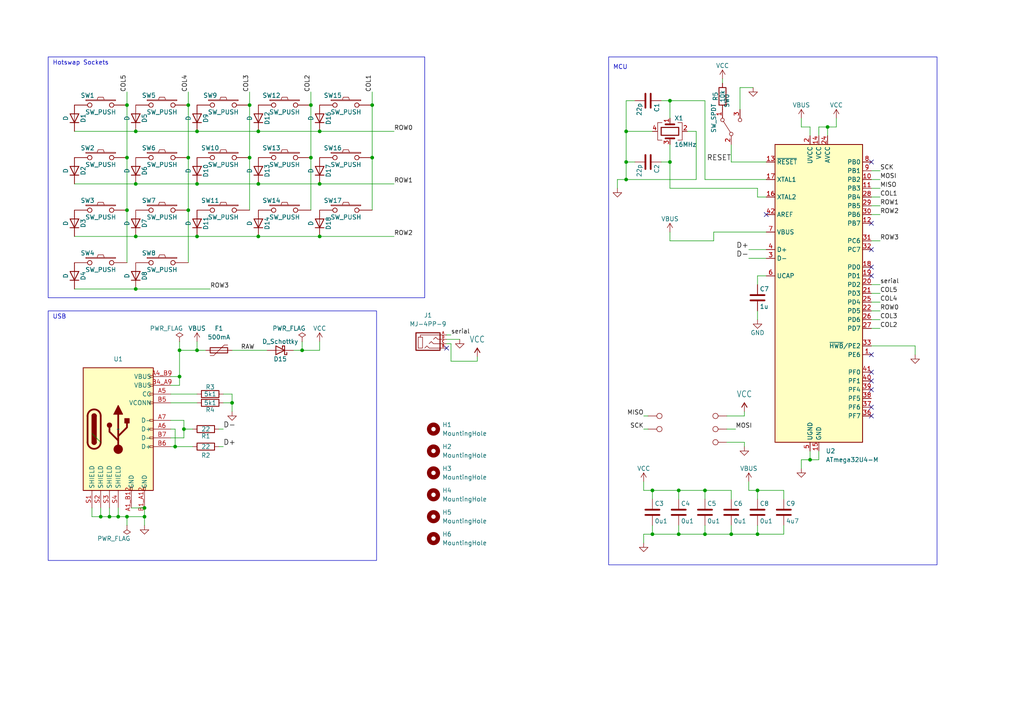
<source format=kicad_sch>
(kicad_sch (version 20230121) (generator eeschema)
  (paper "A4")
  (lib_symbols
    (symbol "3435:usb-mid-mount"
      (property "Reference" "U" (at -12.7 19.05 0))
      (symbol "usb-mid-mount_0_0"
        (rectangle (start 3.556 -17.78) (end 4.064 -16.764))
        (rectangle (start 7.366 -17.78) (end 7.874 -16.764))
        (rectangle (start 9.144 12.954) (end 10.16 12.446))
        (rectangle (start 9.144 15.494) (end 10.16 14.986))
        (rectangle (start 10.16 -4.826) (end 9.144 -5.334))
        (rectangle (start 10.16 -2.286) (end 9.144 -2.794))
        (rectangle (start 10.16 0.254) (end 9.144 -0.254))
        (rectangle (start 10.16 2.794) (end 9.144 2.286))
        (rectangle (start 10.16 7.874) (end 9.144 7.366))
        (rectangle (start 10.16 10.414) (end 9.144 9.906))
      )
      (symbol "usb-mid-mount_0_1"
        (rectangle (start -10.16 17.78) (end 10.16 -17.78) (stroke (width 0.254)) (fill (type background)))
        (arc (start -8.89 -3.81) (mid -6.985 -5.7067) (end -5.08 -3.81) (stroke (width 0.508)))
        (arc (start -7.62 -3.81) (mid -6.985 -4.4423) (end -6.35 -3.81) (stroke (width 0.254)))
        (arc (start -7.62 -3.81) (mid -6.985 -4.4423) (end -6.35 -3.81) (stroke (width 0.254)) (fill (type outline)))
        (rectangle (start -7.62 -3.81) (end -6.35 3.81) (stroke (width 0.254)) (fill (type outline)))
        (arc (start -6.35 3.81) (mid -6.985 4.4423) (end -7.62 3.81) (stroke (width 0.254)))
        (arc (start -6.35 3.81) (mid -6.985 4.4423) (end -7.62 3.81) (stroke (width 0.254)) (fill (type outline)))
        (arc (start -5.08 3.81) (mid -6.985 5.7067) (end -8.89 3.81) (stroke (width 0.508)))
        (circle (center -2.54 1.143) (radius 0.635) (stroke (width 0.254)) (fill (type outline)))
        (circle (center 0 -5.842) (radius 1.27) (fill (type outline)))
        (polyline (pts (xy -8.89 -3.81) (xy -8.89 3.81)) (stroke (width 0.508)))
        (polyline (pts (xy -5.08 3.81) (xy -5.08 -3.81)) (stroke (width 0.508)))
        (polyline (pts (xy 0 -5.842) (xy 0 4.318)) (stroke (width 0.508)))
        (polyline (pts (xy 0 -3.302) (xy -2.54 -0.762) (xy -2.54 0.508)) (stroke (width 0.508)))
        (polyline (pts (xy 0 -2.032) (xy 2.54 0.508) (xy 2.54 1.778)) (stroke (width 0.508)))
        (polyline (pts (xy -1.27 4.318) (xy 0 6.858) (xy 1.27 4.318) (xy -1.27 4.318)) (stroke (width 0.254)) (fill (type outline)))
        (rectangle (start 1.905 1.778) (end 3.175 3.048) (stroke (width 0.254)) (fill (type outline)))
      )
      (symbol "usb-mid-mount_1_1"
        (pin passive line (at 3.81 -22.86 90) (length 5.08) (name "GND") (number "A1_B12"))
        (pin passive line (at 15.24 15.24 180) (length 5.08) (name "VBUS") (number "A4_B9"))
        (pin bidirectional line (at 15.24 10.16 180) (length 5.08) (name "CC") (number "A5"))
        (pin bidirectional line (at 15.24 0 180) (length 5.08) (name "D+") (number "A6"))
        (pin bidirectional line (at 15.24 2.54 180) (length 5.08) (name "D-") (number "A7"))
        (pin passive line (at 7.62 -22.86 90) (length 5.08) (name "GND") (number "B1_A12"))
        (pin passive line (at 15.24 12.7 180) (length 5.08) (name "VBUS") (number "B4_A9"))
        (pin bidirectional line (at 15.24 7.62 180) (length 5.08) (name "VCONN") (number "B5"))
        (pin bidirectional line (at 15.24 -5.08 180) (length 5.08) (name "D+") (number "B6"))
        (pin bidirectional line (at 15.24 -2.54 180) (length 5.08) (name "D-") (number "B7"))
        (pin passive line (at -7.62 -22.86 90) (length 5.08) (name "SHIELD") (number "S1"))
        (pin passive line (at -5.08 -22.86 90) (length 5.08) (name "SHIELD") (number "S2"))
        (pin passive line (at -2.54 -22.86 90) (length 5.08) (name "SHIELD") (number "S3"))
        (pin passive line (at 0 -22.86 90) (length 5.08) (name "SHIELD") (number "S4"))
      )
    )
    (symbol "Connector:TestPoint" (pin_numbers hide) (pin_names (offset 0.762) hide)
      (property "Reference" "TP" (at 0 6.858 0))
      (property "Value" "TestPoint" (at 0 5.08 0))
      (symbol "TestPoint_0_1"
        (circle (center 0 3.302) (radius 0.762))
      )
      (symbol "TestPoint_1_1"
        (pin passive line (at 0 0 90) (length 2.54) (name "1") (number "1"))
      )
    )
    (symbol "Device:C" (pin_numbers hide) (pin_names (offset 0.254))
      (property "Reference" "C" (at 0.635 2.54 0))
      (property "Value" "C" (at 0.635 -2.54 0))
      (symbol "C_0_1"
        (polyline (pts (xy -2.032 -0.762) (xy 2.032 -0.762)) (stroke (width 0.508)))
        (polyline (pts (xy -2.032 0.762) (xy 2.032 0.762)) (stroke (width 0.508)))
      )
      (symbol "C_1_1"
        (pin passive line (at 0 3.81 270) (length 2.794) (name "~") (number "1"))
        (pin passive line (at 0 -3.81 90) (length 2.794) (name "~") (number "2"))
      )
    )
    (symbol "Device:Crystal_GND24" (pin_names (offset 1.016) hide)
      (property "Reference" "Y" (at 3.175 5.08 0))
      (property "Value" "Crystal_GND24" (at 3.175 3.175 0))
      (symbol "Crystal_GND24_0_1"
        (rectangle (start -1.143 2.54) (end 1.143 -2.54) (stroke (width 0.3048)))
        (polyline (pts (xy -2.54 0) (xy -2.032 0)))
        (polyline (pts (xy -2.032 -1.27) (xy -2.032 1.27)) (stroke (width 0.508)))
        (polyline (pts (xy 0 -3.81) (xy 0 -3.556)))
        (polyline (pts (xy 0 3.556) (xy 0 3.81)))
        (polyline (pts (xy 2.032 -1.27) (xy 2.032 1.27)) (stroke (width 0.508)))
        (polyline (pts (xy 2.032 0) (xy 2.54 0)))
        (polyline (pts (xy -2.54 -2.286) (xy -2.54 -3.556) (xy 2.54 -3.556) (xy 2.54 -2.286)))
        (polyline (pts (xy -2.54 2.286) (xy -2.54 3.556) (xy 2.54 3.556) (xy 2.54 2.286)))
      )
      (symbol "Crystal_GND24_1_1"
        (pin passive line (at -3.81 0 0) (length 1.27) (name "1") (number "1"))
        (pin passive line (at 0 5.08 270) (length 1.27) (name "2") (number "2"))
        (pin passive line (at 3.81 0 180) (length 1.27) (name "3") (number "3"))
        (pin passive line (at 0 -5.08 90) (length 1.27) (name "4") (number "4"))
      )
    )
    (symbol "Device:D" (pin_numbers hide) (pin_names (offset 1.016) hide)
      (property "Reference" "D" (at 0 2.54 0))
      (property "Value" "D" (at 0 -2.54 0))
      (symbol "D_0_1"
        (polyline (pts (xy -1.27 1.27) (xy -1.27 -1.27)) (stroke (width 0.254)))
        (polyline (pts (xy 1.27 0) (xy -1.27 0)))
        (polyline (pts (xy 1.27 1.27) (xy 1.27 -1.27) (xy -1.27 0) (xy 1.27 1.27)) (stroke (width 0.254)))
      )
      (symbol "D_1_1"
        (pin passive line (at -3.81 0 0) (length 2.54) (name "K") (number "1"))
        (pin passive line (at 3.81 0 180) (length 2.54) (name "A") (number "2"))
      )
    )
    (symbol "Device:D_Schottky" (pin_numbers hide) (pin_names (offset 1.016) hide)
      (property "Reference" "D" (at 0 2.54 0))
      (property "Value" "D_Schottky" (at 0 -2.54 0))
      (symbol "D_Schottky_0_1"
        (polyline (pts (xy 1.27 0) (xy -1.27 0)))
        (polyline (pts (xy 1.27 1.27) (xy 1.27 -1.27) (xy -1.27 0) (xy 1.27 1.27)) (stroke (width 0.254)))
        (polyline (pts (xy -1.905 0.635) (xy -1.905 1.27) (xy -1.27 1.27) (xy -1.27 -1.27) (xy -0.635 -1.27) (xy -0.635 -0.635)) (stroke (width 0.254)))
      )
      (symbol "D_Schottky_1_1"
        (pin passive line (at -3.81 0 0) (length 2.54) (name "K") (number "1"))
        (pin passive line (at 3.81 0 180) (length 2.54) (name "A") (number "2"))
      )
    )
    (symbol "Device:Polyfuse" (pin_numbers hide) (pin_names (offset 0))
      (property "Reference" "F" (at -2.54 0 90))
      (property "Value" "Polyfuse" (at 2.54 0 90))
      (symbol "Polyfuse_0_1"
        (rectangle (start -0.762 2.54) (end 0.762 -2.54) (stroke (width 0.254)))
        (polyline (pts (xy 0 2.54) (xy 0 -2.54)))
        (polyline (pts (xy -1.524 2.54) (xy -1.524 1.524) (xy 1.524 -1.524) (xy 1.524 -2.54)))
      )
      (symbol "Polyfuse_1_1"
        (pin passive line (at 0 3.81 270) (length 1.27) (name "~") (number "1"))
        (pin passive line (at 0 -3.81 90) (length 1.27) (name "~") (number "2"))
      )
    )
    (symbol "Device:R" (pin_numbers hide) (pin_names (offset 0))
      (property "Reference" "R" (at 2.032 0 90))
      (property "Value" "R" (at 0 0 90))
      (symbol "R_0_1"
        (rectangle (start -1.016 -2.54) (end 1.016 2.54) (stroke (width 0.254)))
      )
      (symbol "R_1_1"
        (pin passive line (at 0 3.81 270) (length 1.27) (name "~") (number "1"))
        (pin passive line (at 0 -3.81 90) (length 1.27) (name "~") (number "2"))
      )
    )
    (symbol "GND_1" (power) (pin_names (offset 0))
      (property "Value" "GND_1" (at 0 -3.81 0))
      (symbol "GND_1_0_1"
        (polyline (pts (xy 0 0) (xy 0 -1.27) (xy 1.27 -1.27) (xy 0 -2.54) (xy -1.27 -1.27) (xy 0 -1.27)))
      )
      (symbol "GND_1_1_1"
        (pin power_in line (at 0 0 270) (length 0) hide (name "GND") (number "1"))
      )
    )
    (symbol "MCU_Microchip_ATmega:ATmega32U4-M"
      (property "Reference" "U" (at -12.7 44.45 0))
      (property "Value" "ATmega32U4-M" (at 2.54 -44.45 0))
      (symbol "ATmega32U4-M_0_1"
        (rectangle (start -12.7 -43.18) (end 12.7 43.18) (stroke (width 0.254)) (fill (type background)))
      )
      (symbol "ATmega32U4-M_1_1"
        (pin bidirectional line (at 15.24 -17.78 180) (length 2.54) (name "PE6") (number "1"))
        (pin bidirectional line (at 15.24 33.02 180) (length 2.54) (name "PB2") (number "10"))
        (pin bidirectional line (at 15.24 30.48 180) (length 2.54) (name "PB3") (number "11"))
        (pin bidirectional line (at 15.24 20.32 180) (length 2.54) (name "PB7") (number "12"))
        (pin input line (at -15.24 38.1 0) (length 2.54) (name "~{RESET}") (number "13"))
        (pin power_in line (at 0 45.72 270) (length 2.54) (name "VCC") (number "14"))
        (pin power_in line (at 0 -45.72 90) (length 2.54) (name "GND") (number "15"))
        (pin output line (at -15.24 27.94 0) (length 2.54) (name "XTAL2") (number "16"))
        (pin input line (at -15.24 33.02 0) (length 2.54) (name "XTAL1") (number "17"))
        (pin bidirectional line (at 15.24 7.62 180) (length 2.54) (name "PD0") (number "18"))
        (pin bidirectional line (at 15.24 5.08 180) (length 2.54) (name "PD1") (number "19"))
        (pin power_in line (at -2.54 45.72 270) (length 2.54) (name "UVCC") (number "2"))
        (pin bidirectional line (at 15.24 2.54 180) (length 2.54) (name "PD2") (number "20"))
        (pin bidirectional line (at 15.24 0 180) (length 2.54) (name "PD3") (number "21"))
        (pin bidirectional line (at 15.24 -5.08 180) (length 2.54) (name "PD5") (number "22"))
        (pin passive line (at 0 -45.72 90) (length 2.54) hide (name "GND") (number "23"))
        (pin power_in line (at 2.54 45.72 270) (length 2.54) (name "AVCC") (number "24"))
        (pin bidirectional line (at 15.24 -2.54 180) (length 2.54) (name "PD4") (number "25"))
        (pin bidirectional line (at 15.24 -7.62 180) (length 2.54) (name "PD6") (number "26"))
        (pin bidirectional line (at 15.24 -10.16 180) (length 2.54) (name "PD7") (number "27"))
        (pin bidirectional line (at 15.24 27.94 180) (length 2.54) (name "PB4") (number "28"))
        (pin bidirectional line (at 15.24 25.4 180) (length 2.54) (name "PB5") (number "29"))
        (pin bidirectional line (at -15.24 10.16 0) (length 2.54) (name "D-") (number "3"))
        (pin bidirectional line (at 15.24 22.86 180) (length 2.54) (name "PB6") (number "30"))
        (pin bidirectional line (at 15.24 15.24 180) (length 2.54) (name "PC6") (number "31"))
        (pin bidirectional line (at 15.24 12.7 180) (length 2.54) (name "PC7") (number "32"))
        (pin bidirectional line (at 15.24 -15.24 180) (length 2.54) (name "~{HWB}/PE2") (number "33"))
        (pin passive line (at 0 45.72 270) (length 2.54) hide (name "VCC") (number "34"))
        (pin passive line (at 0 -45.72 90) (length 2.54) hide (name "GND") (number "35"))
        (pin bidirectional line (at 15.24 -35.56 180) (length 2.54) (name "PF7") (number "36"))
        (pin bidirectional line (at 15.24 -33.02 180) (length 2.54) (name "PF6") (number "37"))
        (pin bidirectional line (at 15.24 -30.48 180) (length 2.54) (name "PF5") (number "38"))
        (pin bidirectional line (at 15.24 -27.94 180) (length 2.54) (name "PF4") (number "39"))
        (pin bidirectional line (at -15.24 12.7 0) (length 2.54) (name "D+") (number "4"))
        (pin bidirectional line (at 15.24 -25.4 180) (length 2.54) (name "PF1") (number "40"))
        (pin bidirectional line (at 15.24 -22.86 180) (length 2.54) (name "PF0") (number "41"))
        (pin passive line (at -15.24 22.86 0) (length 2.54) (name "AREF") (number "42"))
        (pin passive line (at 0 -45.72 90) (length 2.54) hide (name "GND") (number "43"))
        (pin passive line (at 2.54 45.72 270) (length 2.54) hide (name "AVCC") (number "44"))
        (pin passive line (at 0 -45.72 90) (length 2.54) hide (name "GND") (number "45"))
        (pin passive line (at -2.54 -45.72 90) (length 2.54) (name "UGND") (number "5"))
        (pin passive line (at -15.24 5.08 0) (length 2.54) (name "UCAP") (number "6"))
        (pin input line (at -15.24 17.78 0) (length 2.54) (name "VBUS") (number "7"))
        (pin bidirectional line (at 15.24 38.1 180) (length 2.54) (name "PB0") (number "8"))
        (pin bidirectional line (at 15.24 35.56 180) (length 2.54) (name "PB1") (number "9"))
      )
    )
    (symbol "Mechanical:MountingHole" (pin_names (offset 1.016))
      (property "Reference" "H" (at 0 5.08 0))
      (property "Value" "MountingHole" (at 0 3.175 0))
      (symbol "MountingHole_0_1"
        (circle (center 0 0) (radius 1.27) (stroke (width 1.27)))
      )
    )
    (symbol "Switch:SW_SPDT" (pin_names (offset 0) hide)
      (property "Reference" "SW" (at 0 4.318 0))
      (property "Value" "SW_SPDT" (at 0 -5.08 0))
      (symbol "SW_SPDT_0_0"
        (circle (center -2.032 0) (radius 0.508))
        (circle (center 2.032 -2.54) (radius 0.508))
      )
      (symbol "SW_SPDT_0_1"
        (polyline (pts (xy -1.524 0.254) (xy 1.651 2.286)))
        (circle (center 2.032 2.54) (radius 0.508))
      )
      (symbol "SW_SPDT_1_1"
        (pin passive line (at 5.08 2.54 180) (length 2.54) (name "A") (number "1"))
        (pin passive line (at -5.08 0 0) (length 2.54) (name "B") (number "2"))
        (pin passive line (at 5.08 -2.54 180) (length 2.54) (name "C") (number "3"))
      )
    )
    (symbol "clog-eagle-import:VCC" (power)
      (property "Value" "VCC" (at 0 2.794 0))
      (symbol "VCC_1_0"
        (polyline (pts (xy 0 2.54) (xy -0.762 1.27)) (stroke (width 0.254)))
        (polyline (pts (xy 0.762 1.27) (xy 0 2.54)) (stroke (width 0.254)))
        (pin power_in line (at 0 0 90) (length 2.54) (name "VCC") (number "1"))
      )
    )
    (symbol "corne-chocolate-rescue:SW_PUSH-kbd" (pin_numbers hide) (pin_names (offset 1.016) hide)
      (property "Reference" "SW" (at 3.81 2.794 0))
      (property "Value" "SW_PUSH-kbd" (at 0 -2.032 0))
      (symbol "SW_PUSH-kbd_0_1"
        (rectangle (start -4.318 1.27) (end 4.318 1.524))
        (polyline (pts (xy -1.016 1.524) (xy -0.762 2.286) (xy 0.762 2.286) (xy 1.016 1.524)))
        (pin passive inverted (at -7.62 0 0) (length 5.08) (name "1") (number "1"))
        (pin passive inverted (at 7.62 0 180) (length 5.08) (name "2") (number "2"))
      )
    )
    (symbol "kbd:MJ-4PP-9" (pin_names (offset 1.016))
      (property "Reference" "J" (at 0 3.81 0))
      (property "Value" "MJ-4PP-9" (at 0 -3.81 0))
      (symbol "MJ-4PP-9_0_1"
        (rectangle (start -1.905 -1.905) (end -3.175 1.27))
        (polyline (pts (xy -2.54 1.27) (xy -2.54 1.905) (xy 3.175 1.905)))
        (polyline (pts (xy -1.27 -1.905) (xy -0.635 -1.27) (xy 0 -1.905) (xy 3.175 -1.905)))
        (polyline (pts (xy 0 -0.635) (xy 0.635 0) (xy 1.27 -0.635) (xy 3.175 -0.635)))
        (polyline (pts (xy 1.27 0.635) (xy 1.905 1.27) (xy 2.54 0.635) (xy 3.175 0.635)))
        (rectangle (start 3.175 2.54) (end -3.81 -2.54) (stroke (width 0.3048)))
      )
      (symbol "MJ-4PP-9_1_1"
        (pin input line (at 5.08 1.905 180) (length 2.0066) (name "~") (number "A"))
        (pin input line (at 5.08 -1.905 180) (length 2.0066) (name "~") (number "B"))
        (pin input line (at 5.08 -0.635 180) (length 2.0066) (name "~") (number "C"))
        (pin input line (at 5.08 0.635 180) (length 2.0066) (name "~") (number "D"))
      )
    )
    (symbol "power:GND" (power) (pin_names (offset 0))
      (property "Value" "GND" (at 0 -3.81 0))
      (symbol "GND_0_1"
        (polyline (pts (xy 0 0) (xy 0 -1.27) (xy 1.27 -1.27) (xy 0 -2.54) (xy -1.27 -1.27) (xy 0 -1.27)))
      )
      (symbol "GND_1_1"
        (pin power_in line (at 0 0 270) (length 0) hide (name "GND") (number "1"))
      )
    )
    (symbol "power:PWR_FLAG" (power) (pin_numbers hide) (pin_names (offset 0) hide)
      (property "Value" "PWR_FLAG" (at 0 3.81 0))
      (symbol "PWR_FLAG_0_0"
        (pin power_out line (at 0 0 90) (length 0) (name "pwr") (number "1"))
      )
      (symbol "PWR_FLAG_0_1"
        (polyline (pts (xy 0 0) (xy 0 1.27) (xy -1.016 1.905) (xy 0 2.54) (xy 1.016 1.905) (xy 0 1.27)))
      )
    )
    (symbol "power:VBUS" (power) (pin_names (offset 0))
      (property "Value" "VBUS" (at 0 3.81 0))
      (symbol "VBUS_0_1"
        (polyline (pts (xy -0.762 1.27) (xy 0 2.54)))
        (polyline (pts (xy 0 0) (xy 0 2.54)))
        (polyline (pts (xy 0 2.54) (xy 0.762 1.27)))
      )
      (symbol "VBUS_1_1"
        (pin power_in line (at 0 0 90) (length 0) hide (name "VBUS") (number "1"))
      )
    )
    (symbol "power:VCC" (power) (pin_names (offset 0))
      (property "Value" "VCC" (at 0 3.81 0))
      (symbol "VCC_0_1"
        (polyline (pts (xy -0.762 1.27) (xy 0 2.54)))
        (polyline (pts (xy 0 0) (xy 0 2.54)))
        (polyline (pts (xy 0 2.54) (xy 0.762 1.27)))
      )
      (symbol "VCC_1_1"
        (pin power_in line (at 0 0 90) (length 0) hide (name "VCC") (number "1"))
      )
    )
  )
  (junction (at 181.61 38.1))
  (junction (at 29.21 149.86))
  (junction (at 189.23 154.94))
  (junction (at 57.15 53.34))
  (junction (at 74.93 53.34))
  (junction (at 41.91 147.32))
  (junction (at 87.63 101.6))
  (junction (at 194.31 46.99))
  (junction (at 107.95 45.72))
  (junction (at 92.71 68.58))
  (junction (at 52.07 101.6))
  (junction (at 212.09 154.94))
  (junction (at 234.95 133.35))
  (junction (at 194.31 29.21))
  (junction (at 50.8 129.54))
  (junction (at 204.47 142.24))
  (junction (at 36.83 30.48))
  (junction (at 41.91 149.86))
  (junction (at 36.83 45.72))
  (junction (at 67.31 116.84))
  (junction (at 54.61 30.48))
  (junction (at 54.61 45.72))
  (junction (at 181.61 46.99))
  (junction (at 72.39 30.48))
  (junction (at 107.95 30.48))
  (junction (at 36.83 149.86))
  (junction (at 36.83 60.96))
  (junction (at 196.85 142.24))
  (junction (at 189.23 142.24))
  (junction (at 39.37 53.34))
  (junction (at 72.39 45.72))
  (junction (at 92.71 53.34))
  (junction (at 74.93 68.58))
  (junction (at 31.75 149.86))
  (junction (at 57.15 38.1))
  (junction (at 39.37 38.1))
  (junction (at 204.47 154.94))
  (junction (at 39.37 68.58))
  (junction (at 240.03 36.83))
  (junction (at 57.15 68.58))
  (junction (at 90.17 45.72))
  (junction (at 34.29 149.86))
  (junction (at 219.71 142.24))
  (junction (at 39.37 83.82))
  (junction (at 57.15 101.6))
  (junction (at 52.07 109.22))
  (junction (at 196.85 154.94))
  (junction (at 92.71 38.1))
  (junction (at 181.61 52.07))
  (junction (at 54.61 60.96))
  (junction (at 74.93 38.1))
  (junction (at 90.17 30.48))
  (junction (at 53.34 124.46))
  (junction (at 219.71 154.94))
  (no_connect (at 222.25 62.23))
  (no_connect (at 252.73 77.47))
  (no_connect (at 252.73 120.65))
  (no_connect (at 252.73 46.99))
  (no_connect (at 252.73 113.03))
  (no_connect (at 252.73 118.11))
  (no_connect (at 252.73 72.39))
  (no_connect (at 129.54 100.965))
  (no_connect (at 252.73 110.49))
  (no_connect (at 252.73 80.01))
  (no_connect (at 252.73 64.77))
  (no_connect (at 252.73 107.95))
  (no_connect (at 252.73 102.87))
  (bus_entry (at 26.67 125.73) (size 2.54 2.54))
  (wire (pts (xy 179.07 52.07) (xy 179.07 54.61)))
  (wire (pts (xy 219.71 154.94) (xy 227.33 154.94)))
  (wire (pts (xy 34.29 149.86) (xy 36.83 149.86)))
  (wire (pts (xy 72.39 30.48) (xy 72.39 45.72)))
  (wire (pts (xy 252.73 52.07) (xy 255.27 52.07)))
  (wire (pts (xy 36.83 26.67) (xy 36.83 30.48)))
  (wire (pts (xy 130.81 99.695) (xy 129.54 99.695)))
  (wire (pts (xy 186.69 142.24) (xy 186.69 139.7)))
  (wire (pts (xy 63.5 124.46) (xy 64.77 124.46)))
  (wire (pts (xy 92.71 101.6) (xy 92.71 99.06)))
  (wire (pts (xy 215.9 128.27) (xy 215.9 129.54)))
  (wire (pts (xy 29.21 147.32) (xy 29.21 149.86)))
  (wire (pts (xy 201.93 38.1) (xy 199.39 38.1)))
  (wire (pts (xy 204.47 29.21) (xy 194.31 29.21)))
  (wire (pts (xy 186.69 154.94) (xy 189.23 154.94)))
  (wire (pts (xy 54.61 45.72) (xy 54.61 60.96)))
  (wire (pts (xy 57.15 53.34) (xy 39.37 53.34)))
  (wire (pts (xy 234.95 133.35) (xy 237.49 133.35)))
  (wire (pts (xy 219.71 80.01) (xy 219.71 82.55)))
  (wire (pts (xy 210.82 120.65) (xy 215.9 120.65)))
  (wire (pts (xy 252.73 90.17) (xy 255.27 90.17)))
  (wire (pts (xy 212.09 142.24) (xy 212.09 144.78)))
  (wire (pts (xy 191.77 46.99) (xy 194.31 46.99)))
  (wire (pts (xy 63.5 129.54) (xy 64.77 129.54)))
  (wire (pts (xy 57.15 101.6) (xy 57.15 99.06)))
  (wire (pts (xy 181.61 38.1) (xy 181.61 46.99)))
  (wire (pts (xy 57.15 68.58) (xy 39.37 68.58)))
  (wire (pts (xy 232.41 135.89) (xy 232.41 133.35)))
  (wire (pts (xy 212.09 154.94) (xy 212.09 152.4)))
  (wire (pts (xy 90.17 26.67) (xy 90.17 30.48)))
  (wire (pts (xy 52.07 101.6) (xy 52.07 109.22)))
  (wire (pts (xy 252.73 100.33) (xy 265.43 100.33)))
  (wire (pts (xy 194.31 29.21) (xy 194.31 34.29)))
  (wire (pts (xy 252.73 54.61) (xy 255.27 54.61)))
  (wire (pts (xy 36.83 45.72) (xy 36.83 60.96)))
  (wire (pts (xy 219.71 142.24) (xy 227.33 142.24)))
  (wire (pts (xy 242.57 36.83) (xy 242.57 34.29)))
  (wire (pts (xy 201.93 52.07) (xy 201.93 38.1)))
  (wire (pts (xy 31.75 147.32) (xy 31.75 149.86)))
  (wire (pts (xy 38.1 147.32) (xy 41.91 147.32)))
  (wire (pts (xy 92.71 38.1) (xy 74.93 38.1)))
  (wire (pts (xy 196.85 142.24) (xy 204.47 142.24)))
  (wire (pts (xy 210.82 128.27) (xy 215.9 128.27)))
  (wire (pts (xy 217.17 142.24) (xy 217.17 139.7)))
  (wire (pts (xy 265.43 100.33) (xy 265.43 102.87)))
  (wire (pts (xy 29.21 149.86) (xy 31.75 149.86)))
  (wire (pts (xy 186.69 120.65) (xy 187.96 120.65)))
  (wire (pts (xy 36.83 30.48) (xy 36.83 45.72)))
  (wire (pts (xy 53.34 124.46) (xy 55.88 124.46)))
  (wire (pts (xy 52.07 101.6) (xy 57.15 101.6)))
  (wire (pts (xy 204.47 142.24) (xy 212.09 142.24)))
  (wire (pts (xy 214.63 25.4) (xy 218.44 25.4)))
  (wire (pts (xy 181.61 46.99) (xy 181.61 52.07)))
  (wire (pts (xy 67.31 101.6) (xy 77.47 101.6)))
  (wire (pts (xy 53.34 121.92) (xy 53.34 124.46)))
  (wire (pts (xy 207.01 69.85) (xy 194.31 69.85)))
  (wire (pts (xy 90.17 30.48) (xy 90.17 45.72)))
  (wire (pts (xy 39.37 53.34) (xy 21.59 53.34)))
  (wire (pts (xy 138.43 103.505) (xy 138.43 104.775)))
  (wire (pts (xy 219.71 90.17) (xy 219.71 92.71)))
  (wire (pts (xy 34.29 149.86) (xy 34.29 147.32)))
  (wire (pts (xy 74.93 68.58) (xy 57.15 68.58)))
  (wire (pts (xy 194.31 46.99) (xy 194.31 54.61)))
  (wire (pts (xy 207.01 67.31) (xy 207.01 69.85)))
  (wire (pts (xy 49.53 114.3) (xy 57.15 114.3)))
  (wire (pts (xy 217.17 142.24) (xy 219.71 142.24)))
  (wire (pts (xy 219.71 80.01) (xy 222.25 80.01)))
  (wire (pts (xy 67.31 114.3) (xy 67.31 116.84)))
  (wire (pts (xy 36.83 149.86) (xy 36.83 152.4)))
  (wire (pts (xy 215.9 120.65) (xy 215.9 119.38)))
  (wire (pts (xy 252.73 69.85) (xy 255.27 69.85)))
  (wire (pts (xy 52.07 111.76) (xy 52.07 109.22)))
  (wire (pts (xy 107.95 45.72) (xy 107.95 60.96)))
  (wire (pts (xy 214.63 31.75) (xy 214.63 25.4)))
  (wire (pts (xy 87.63 101.6) (xy 92.71 101.6)))
  (wire (pts (xy 186.69 154.94) (xy 186.69 157.48)))
  (wire (pts (xy 36.83 60.96) (xy 36.83 76.2)))
  (wire (pts (xy 92.71 38.1) (xy 114.3 38.1)))
  (wire (pts (xy 237.49 36.83) (xy 237.49 39.37)))
  (wire (pts (xy 252.73 57.15) (xy 255.27 57.15)))
  (wire (pts (xy 107.95 30.48) (xy 107.95 45.72)))
  (wire (pts (xy 227.33 154.94) (xy 227.33 152.4)))
  (wire (pts (xy 234.95 133.35) (xy 234.95 130.81)))
  (wire (pts (xy 67.31 116.84) (xy 67.31 119.38)))
  (wire (pts (xy 26.67 147.32) (xy 26.67 149.86)))
  (wire (pts (xy 255.27 82.55) (xy 252.73 82.55)))
  (wire (pts (xy 189.23 154.94) (xy 196.85 154.94)))
  (wire (pts (xy 204.47 154.94) (xy 212.09 154.94)))
  (wire (pts (xy 184.15 29.21) (xy 181.61 29.21)))
  (wire (pts (xy 210.82 124.46) (xy 213.36 124.46)))
  (wire (pts (xy 189.23 142.24) (xy 189.23 144.78)))
  (wire (pts (xy 50.8 129.54) (xy 55.88 129.54)))
  (wire (pts (xy 181.61 29.21) (xy 181.61 38.1)))
  (wire (pts (xy 72.39 26.67) (xy 72.39 30.48)))
  (wire (pts (xy 204.47 154.94) (xy 204.47 152.4)))
  (wire (pts (xy 232.41 133.35) (xy 234.95 133.35)))
  (wire (pts (xy 219.71 144.78) (xy 219.71 142.24)))
  (wire (pts (xy 222.25 72.39) (xy 217.17 72.39)))
  (wire (pts (xy 52.07 99.06) (xy 52.07 101.6)))
  (wire (pts (xy 219.71 57.15) (xy 222.25 57.15)))
  (wire (pts (xy 186.69 124.46) (xy 187.96 124.46)))
  (wire (pts (xy 181.61 46.99) (xy 184.15 46.99)))
  (wire (pts (xy 129.54 97.155) (xy 130.81 97.155)))
  (wire (pts (xy 240.03 36.83) (xy 242.57 36.83)))
  (wire (pts (xy 74.93 38.1) (xy 57.15 38.1)))
  (wire (pts (xy 107.95 26.67) (xy 107.95 30.48)))
  (wire (pts (xy 54.61 60.96) (xy 54.61 76.2)))
  (wire (pts (xy 129.54 98.425) (xy 133.35 98.425)))
  (wire (pts (xy 49.53 124.46) (xy 50.8 124.46)))
  (wire (pts (xy 92.71 53.34) (xy 114.3 53.34)))
  (wire (pts (xy 54.61 30.48) (xy 54.61 45.72)))
  (wire (pts (xy 90.17 45.72) (xy 90.17 60.96)))
  (wire (pts (xy 234.95 39.37) (xy 234.95 36.83)))
  (wire (pts (xy 179.07 52.07) (xy 181.61 52.07)))
  (wire (pts (xy 41.91 147.32) (xy 41.91 149.86)))
  (wire (pts (xy 189.23 38.1) (xy 181.61 38.1)))
  (wire (pts (xy 57.15 101.6) (xy 59.69 101.6)))
  (wire (pts (xy 212.09 41.91) (xy 212.09 46.99)))
  (wire (pts (xy 252.73 95.25) (xy 255.27 95.25)))
  (wire (pts (xy 204.47 29.21) (xy 204.47 52.07)))
  (wire (pts (xy 49.53 127) (xy 53.34 127)))
  (wire (pts (xy 36.83 149.86) (xy 41.91 149.86)))
  (wire (pts (xy 64.77 116.84) (xy 67.31 116.84)))
  (wire (pts (xy 181.61 52.07) (xy 201.93 52.07)))
  (wire (pts (xy 252.73 59.69) (xy 255.27 59.69)))
  (wire (pts (xy 237.49 133.35) (xy 237.49 130.81)))
  (wire (pts (xy 227.33 142.24) (xy 227.33 144.78)))
  (wire (pts (xy 212.09 46.99) (xy 222.25 46.99)))
  (wire (pts (xy 189.23 142.24) (xy 196.85 142.24)))
  (wire (pts (xy 39.37 38.1) (xy 21.59 38.1)))
  (wire (pts (xy 53.34 127) (xy 53.34 124.46)))
  (wire (pts (xy 194.31 41.91) (xy 194.31 46.99)))
  (wire (pts (xy 39.37 68.58) (xy 21.59 68.58)))
  (wire (pts (xy 85.09 101.6) (xy 87.63 101.6)))
  (wire (pts (xy 138.43 104.775) (xy 130.81 104.775)))
  (wire (pts (xy 39.37 83.82) (xy 21.59 83.82)))
  (wire (pts (xy 204.47 52.07) (xy 222.25 52.07)))
  (wire (pts (xy 92.71 53.34) (xy 74.93 53.34)))
  (wire (pts (xy 252.73 87.63) (xy 255.27 87.63)))
  (wire (pts (xy 49.53 121.92) (xy 53.34 121.92)))
  (wire (pts (xy 54.61 26.67) (xy 54.61 30.48)))
  (wire (pts (xy 92.71 68.58) (xy 74.93 68.58)))
  (wire (pts (xy 204.47 142.24) (xy 204.47 144.78)))
  (wire (pts (xy 52.07 109.22) (xy 49.53 109.22)))
  (wire (pts (xy 219.71 154.94) (xy 219.71 152.4)))
  (wire (pts (xy 255.27 85.09) (xy 252.73 85.09)))
  (wire (pts (xy 191.77 29.21) (xy 194.31 29.21)))
  (wire (pts (xy 240.03 36.83) (xy 240.03 39.37)))
  (wire (pts (xy 232.41 36.83) (xy 232.41 34.29)))
  (wire (pts (xy 222.25 74.93) (xy 217.17 74.93)))
  (wire (pts (xy 194.31 67.31) (xy 194.31 69.85)))
  (wire (pts (xy 87.63 99.06) (xy 87.63 101.6)))
  (wire (pts (xy 50.8 124.46) (xy 50.8 129.54)))
  (wire (pts (xy 237.49 36.83) (xy 240.03 36.83)))
  (wire (pts (xy 92.71 68.58) (xy 114.3 68.58)))
  (wire (pts (xy 234.95 36.83) (xy 232.41 36.83)))
  (wire (pts (xy 67.31 114.3) (xy 64.77 114.3)))
  (wire (pts (xy 252.73 49.53) (xy 255.27 49.53)))
  (wire (pts (xy 194.31 54.61) (xy 219.71 54.61)))
  (wire (pts (xy 49.53 116.84) (xy 57.15 116.84)))
  (wire (pts (xy 189.23 152.4) (xy 189.23 154.94)))
  (wire (pts (xy 26.67 149.86) (xy 29.21 149.86)))
  (wire (pts (xy 196.85 154.94) (xy 196.85 152.4)))
  (wire (pts (xy 49.53 111.76) (xy 52.07 111.76)))
  (wire (pts (xy 31.75 149.86) (xy 34.29 149.86)))
  (wire (pts (xy 252.73 62.23) (xy 255.27 62.23)))
  (wire (pts (xy 72.39 45.72) (xy 72.39 60.96)))
  (wire (pts (xy 222.25 67.31) (xy 207.01 67.31)))
  (wire (pts (xy 130.81 104.775) (xy 130.81 99.695)))
  (wire (pts (xy 196.85 154.94) (xy 204.47 154.94)))
  (wire (pts (xy 49.53 129.54) (xy 50.8 129.54)))
  (wire (pts (xy 219.71 54.61) (xy 219.71 57.15)))
  (wire (pts (xy 209.55 22.86) (xy 209.55 24.13)))
  (wire (pts (xy 39.37 83.82) (xy 60.96 83.82)))
  (wire (pts (xy 74.93 53.34) (xy 57.15 53.34)))
  (wire (pts (xy 57.15 38.1) (xy 39.37 38.1)))
  (wire (pts (xy 196.85 142.24) (xy 196.85 144.78)))
  (wire (pts (xy 252.73 92.71) (xy 255.27 92.71)))
  (wire (pts (xy 186.69 142.24) (xy 189.23 142.24)))
  (wire (pts (xy 212.09 154.94) (xy 219.71 154.94)))
  (wire (pts (xy 41.91 149.86) (xy 41.91 152.4)))
  (rectangle (start 13.97 16.51) (end 123.19 86.36))
  (rectangle (start 13.97 90.17) (end 109.22 162.56))
  (rectangle (start 176.53 16.51) (end 271.78 163.83))
  (text "MCU\n" (at 177.8 20.32 0) (effects (font (size 1.27 1.27)) (justify left bottom)))
  (text "Hotswap Sockets\n" (at 15.24 19.05 0) (effects (font (size 1.27 1.27)) (justify left bottom)))
  (text "USB\n" (at 15.24 92.71 0) (effects (font (size 1.27 1.27)) (justify left bottom)))
  (label "MOSI" (at 255.27 52.07 0))
  (label "COL3" (at 255.27 92.71 0))
  (label "COL4" (at 54.61 26.67 90))
  (label "COL1" (at 107.95 26.67 90))
  (label "D-" (at 217.17 74.93 180) (effects (font (size 1.524 1.524))))
  (label "ROW0" (at 255.27 90.17 0))
  (label "SCK" (at 186.69 124.46 180))
  (label "D+" (at 217.17 72.39 180) (effects (font (size 1.524 1.524))))
  (label "MISO" (at 255.27 54.61 0))
  (label "serial" (at 130.81 97.155 0))
  (label "ROW2" (at 114.3 68.58 0))
  (label "ROW1" (at 114.3 53.34 0))
  (label "D-" (at 64.77 124.46 0) (effects (font (size 1.524 1.524))))
  (label "ROW0" (at 114.3 38.1 0))
  (label "COL5" (at 255.27 85.09 0))
  (label "ROW3" (at 255.27 69.85 0))
  (label "MOSI" (at 213.36 124.46 0))
  (label "SCK" (at 255.27 49.53 0))
  (label "MISO" (at 186.69 120.65 180))
  (label "COL1" (at 255.27 57.15 0))
  (label "ROW2" (at 255.27 62.23 0))
  (label "COL2" (at 255.27 95.25 0))
  (label "ROW1" (at 255.27 59.69 0))
  (label "COL5" (at 36.83 26.67 90))
  (label "RESET" (at 212.09 46.99 180) (effects (font (size 1.524 1.524))))
  (label "COL2" (at 90.17 26.67 90))
  (label "ROW3" (at 60.96 83.82 0))
  (label "D+" (at 64.77 129.54 0) (effects (font (size 1.524 1.524))))
  (label "COL4" (at 255.27 87.63 0))
  (label "RAW" (at 69.85 101.6 0))
  (label "serial" (at 255.27 82.55 0))
  (label "COL3" (at 72.39 26.67 90))
  (symbol (lib_id "Mechanical:MountingHole") (at 125.73 143.51 0) (unit 1)
    (property "Reference" "H4" (at 128.27 142.24 0) (effects (justify left)))
    (property "Value" "MountingHole" (at 128.27 144.78 0) (effects (justify left)))
    (property "Footprint" "MountingHole:MountingHole_3.2mm_M3" (effects hide))
  )
  (symbol (lib_name "GND_1") (lib_id "power:GND") (at 215.9 129.54 0) (unit 1)
    (property "Reference" "#PWR011" (effects hide))
    (property "Value" "GND" (effects hide))
  )
  (symbol (lib_id "corne-chocolate-rescue:SW_PUSH-kbd") (at 82.55 45.72 0) (mirror y) (unit 1)
    (property "Reference" "SW13" (at 78.74 42.926 0))
    (property "Value" "SW_PUSH" (at 82.55 47.752 0))
    (property "Footprint" "Library:keyboard" (effects hide))
  )
  (symbol (lib_id "corne-chocolate-rescue:SW_PUSH-kbd") (at 82.55 60.96 0) (mirror y) (unit 1)
    (property "Reference" "SW14" (at 78.74 58.166 0))
    (property "Value" "SW_PUSH" (at 82.55 62.992 0))
    (property "Footprint" "Library:keyboard" (effects hide))
  )
  (symbol (lib_id "Device:D") (at 74.93 49.53 270) (mirror x) (unit 1)
    (property "Reference" "D13" (at 77.47 49.53 0))
    (property "Value" "D" (at 72.39 49.53 0))
    (property "Footprint" "kbd:D3_SMD_v2" (effects hide))
  )
  (symbol (lib_id "power:VBUS") (at 57.15 99.06 0) (unit 1)
    (property "Reference" "#PWR02" (effects hide))
    (property "Value" "VBUS" (at 57.15 95.25 0))
  )
  (symbol (lib_id "Device:R") (at 59.69 124.46 270) (unit 1)
    (property "Reference" "R1" (at 59.69 126.492 90))
    (property "Value" "22" (at 59.69 124.46 90))
    (property "Footprint" "Resistor_SMD:R_0402_1005Metric" (effects hide))
  )
  (symbol (lib_id "Mechanical:MountingHole") (at 125.73 149.86 0) (unit 1)
    (property "Reference" "H5" (at 128.27 148.59 0) (effects (justify left)))
    (property "Value" "MountingHole" (at 128.27 151.13 0) (effects (justify left)))
    (property "Footprint" "MountingHole:MountingHole_3.2mm_M3" (effects hide))
  )
  (symbol (lib_id "Device:D") (at 39.37 64.77 270) (mirror x) (unit 1)
    (property "Reference" "D7" (at 41.91 64.77 0))
    (property "Value" "D" (at 36.83 64.77 0))
    (property "Footprint" "kbd:D3_SMD_v2" (effects hide))
  )
  (symbol (lib_id "Device:D") (at 39.37 49.53 270) (mirror x) (unit 1)
    (property "Reference" "D6" (at 41.91 49.53 0))
    (property "Value" "D" (at 36.83 49.53 0))
    (property "Footprint" "kbd:D3_SMD_v2" (effects hide))
  )
  (symbol (lib_id "Device:C") (at 189.23 148.59 0) (unit 1)
    (property "Reference" "C3" (at 189.865 146.05 0) (effects (justify left)))
    (property "Value" "0u1" (at 189.865 151.13 0) (effects (justify left)))
    (property "Footprint" "Capacitor_SMD:C_0402_1005Metric" (effects hide))
  )
  (symbol (lib_id "Device:D") (at 92.71 49.53 270) (mirror x) (unit 1)
    (property "Reference" "D17" (at 95.25 49.53 0))
    (property "Value" "D" (at 90.17 49.53 0))
    (property "Footprint" "kbd:D3_SMD_v2" (effects hide))
  )
  (symbol (lib_id "power:GND") (at 219.71 92.71 0) (unit 1)
    (property "Reference" "#PWR014" (effects hide))
    (property "Value" "GND" (at 219.71 96.52 0))
  )
  (symbol (lib_id "power:VCC") (at 209.55 22.86 0) (unit 1)
    (property "Reference" "#PWR010" (effects hide))
    (property "Value" "VCC" (at 209.55 19.05 0))
  )
  (symbol (lib_id "Mechanical:MountingHole") (at 125.73 137.16 0) (unit 1)
    (property "Reference" "H3" (at 128.27 135.89 0) (effects (justify left)))
    (property "Value" "MountingHole" (at 128.27 138.43 0) (effects (justify left)))
    (property "Footprint" "MountingHole:MountingHole_3.2mm_M3" (effects hide))
  )
  (symbol (lib_id "clog-eagle-import:VCC") (at 215.9 119.38 0) (unit 1)
    (property "Reference" "#SUPPLY02" (effects hide))
    (property "Value" "VCC" (at 215.9 114.3 0) (effects (font (size 1.778 1.5113))))
  )
  (symbol (lib_id "clog-eagle-import:VCC") (at 138.43 103.505 0) (unit 1)
    (property "Reference" "#SUPPLY01" (effects hide))
    (property "Value" "VCC" (at 138.43 98.425 0) (effects (font (size 1.778 1.5113))))
  )
  (symbol (lib_id "corne-chocolate-rescue:SW_PUSH-kbd") (at 82.55 30.48 0) (mirror y) (unit 1)
    (property "Reference" "SW12" (at 78.74 27.686 0))
    (property "Value" "SW_PUSH" (at 82.55 32.512 0))
    (property "Footprint" "Library:keyboard" (effects hide))
  )
  (symbol (lib_id "Mechanical:MountingHole") (at 125.73 156.21 0) (unit 1)
    (property "Reference" "H6" (at 128.27 154.94 0) (effects (justify left)))
    (property "Value" "MountingHole" (at 128.27 157.48 0) (effects (justify left)))
    (property "Footprint" "MountingHole:MountingHole_3.2mm_M3" (effects hide))
  )
  (symbol (lib_id "MCU_Microchip_ATmega:ATmega32U4-M") (at 237.49 85.09 0) (unit 1)
    (property "Reference" "U2" (at 239.5094 130.81 0) (effects (justify left)))
    (property "Value" "ATmega32U4-M" (at 239.5094 133.35 0) (effects (justify left)))
    (property "Footprint" "Package_DFN_QFN:QFN-44-1EP_7x7mm_P0.5mm_EP5.2x5.2mm" (effects hide))
    (property "Datasheet" "http://ww1.microchip.com/downloads/en/DeviceDoc/Atmel-7766-8-bit-AVR-ATmega16U4-32U4_Datasheet.pdf" (effects hide))
  )
  (symbol (lib_id "Device:C") (at 227.33 148.59 0) (unit 1)
    (property "Reference" "C9" (at 227.965 146.05 0) (effects (justify left)))
    (property "Value" "4u7" (at 227.965 151.13 0) (effects (justify left)))
    (property "Footprint" "Capacitor_SMD:C_0603_1608Metric" (effects hide))
  )
  (symbol (lib_id "Device:D") (at 74.93 64.77 270) (mirror x) (unit 1)
    (property "Reference" "D14" (at 77.47 64.77 0))
    (property "Value" "D" (at 72.39 64.77 0))
    (property "Footprint" "kbd:D3_SMD_v2" (effects hide))
  )
  (symbol (lib_name "GND_1") (lib_id "power:GND") (at 133.35 98.425 0) (unit 1)
    (property "Reference" "#PWR05" (effects hide))
    (property "Value" "GND" (effects hide))
  )
  (symbol (lib_id "Device:C") (at 187.96 29.21 270) (unit 1)
    (property "Reference" "C1" (at 190.5 29.845 0) (effects (justify left)))
    (property "Value" "22p" (at 185.42 29.845 0) (effects (justify left)))
    (property "Footprint" "Capacitor_SMD:C_0402_1005Metric" (effects hide))
  )
  (symbol (lib_id "corne-chocolate-rescue:SW_PUSH-kbd") (at 29.21 45.72 0) (mirror y) (unit 1)
    (property "Reference" "SW2" (at 25.4 42.926 0))
    (property "Value" "SW_PUSH" (at 29.21 47.752 0))
    (property "Footprint" "Library:keyboard" (effects hide))
  )
  (symbol (lib_id "power:VBUS") (at 232.41 34.29 0) (unit 1)
    (property "Reference" "#PWR015" (effects hide))
    (property "Value" "VBUS" (at 232.41 30.48 0))
  )
  (symbol (lib_id "power:GND") (at 232.41 135.89 0) (unit 1)
    (property "Reference" "#PWR016" (effects hide))
    (property "Value" "GND" (effects hide))
  )
  (symbol (lib_id "power:PWR_FLAG") (at 52.07 99.06 0) (unit 1)
    (property "Reference" "#FLG02" (effects hide))
    (property "Value" "PWR_FLAG" (at 48.26 95.25 0))
  )
  (symbol (lib_id "Device:C") (at 204.47 148.59 0) (unit 1)
    (property "Reference" "C5" (at 205.105 146.05 0) (effects (justify left)))
    (property "Value" "0u1" (at 205.105 151.13 0) (effects (justify left)))
    (property "Footprint" "Capacitor_SMD:C_0402_1005Metric" (effects hide))
  )
  (symbol (lib_id "power:VBUS") (at 217.17 139.7 0) (unit 1)
    (property "Reference" "#PWR012" (effects hide))
    (property "Value" "VBUS" (at 217.17 135.89 0))
  )
  (symbol (lib_id "corne-chocolate-rescue:SW_PUSH-kbd") (at 46.99 60.96 0) (mirror y) (unit 1)
    (property "Reference" "SW7" (at 43.18 58.166 0))
    (property "Value" "SW_PUSH" (at 46.99 62.992 0))
    (property "Footprint" "Library:keyboard" (effects hide))
  )
  (symbol (lib_id "power:GND") (at 218.44 25.4 0) (unit 1)
    (property "Reference" "#PWR013" (effects hide))
    (property "Value" "GND" (effects hide))
  )
  (symbol (lib_id "power:GND") (at 186.69 157.48 0) (unit 1)
    (property "Reference" "#PWR08" (effects hide))
    (property "Value" "GND" (effects hide))
  )
  (symbol (lib_id "power:GND") (at 179.07 54.61 0) (unit 1)
    (property "Reference" "#PWR06" (effects hide))
    (property "Value" "GND" (effects hide))
  )
  (symbol (lib_id "corne-chocolate-rescue:SW_PUSH-kbd") (at 46.99 30.48 0) (mirror y) (unit 1)
    (property "Reference" "SW5" (at 43.18 27.686 0))
    (property "Value" "SW_PUSH" (at 46.99 32.512 0))
    (property "Footprint" "Library:keyboard" (effects hide))
  )
  (symbol (lib_id "Connector:TestPoint") (at 187.96 124.46 270) (unit 1)
    (property "Reference" "SCK1" (effects hide))
    (property "Value" "TestPoint" (effects hide))
    (property "Footprint" "TestPoint:TestPoint_Pad_D2.0mm" (effects hide))
  )
  (symbol (lib_id "corne-chocolate-rescue:SW_PUSH-kbd") (at 46.99 45.72 0) (mirror y) (unit 1)
    (property "Reference" "SW6" (at 43.18 42.926 0))
    (property "Value" "SW_PUSH" (at 46.99 47.752 0))
    (property "Footprint" "Library:keyboard" (effects hide))
  )
  (symbol (lib_id "Device:R") (at 60.96 116.84 270) (unit 1)
    (property "Reference" "R4" (at 60.96 118.872 90))
    (property "Value" "5k1" (at 60.96 116.84 90))
    (property "Footprint" "Resistor_SMD:R_0402_1005Metric" (effects hide))
  )
  (symbol (lib_id "Device:D") (at 57.15 64.77 270) (mirror x) (unit 1)
    (property "Reference" "D11" (at 59.69 64.77 0))
    (property "Value" "D" (at 54.61 64.77 0))
    (property "Footprint" "kbd:D3_SMD_v2" (effects hide))
  )
  (symbol (lib_id "corne-chocolate-rescue:SW_PUSH-kbd") (at 64.77 45.72 0) (mirror y) (unit 1)
    (property "Reference" "SW10" (at 60.96 42.926 0))
    (property "Value" "SW_PUSH" (at 64.77 47.752 0))
    (property "Footprint" "Library:keyboard" (effects hide))
  )
  (symbol (lib_id "Switch:SW_SPDT") (at 212.09 36.83 90) (unit 1)
    (property "Reference" "SW0" (at 210.82 29.21 0))
    (property "Value" "SW_SPDT" (at 207.01 34.29 0))
    (property "Footprint" "Button_Switch_SMD:SW_SPDT_PCM12" (effects hide))
  )
  (symbol (lib_id "Device:D") (at 92.71 34.29 270) (mirror x) (unit 1)
    (property "Reference" "D16" (at 95.25 34.29 0))
    (property "Value" "D" (at 90.17 34.29 0))
    (property "Footprint" "kbd:D3_SMD_v2" (effects hide))
  )
  (symbol (lib_id "Connector:TestPoint") (at 187.96 120.65 270) (unit 1)
    (property "Reference" "MISO1" (effects hide))
    (property "Value" "TestPoint" (effects hide))
    (property "Footprint" "TestPoint:TestPoint_Pad_D2.0mm" (effects hide))
  )
  (symbol (lib_id "Mechanical:MountingHole") (at 125.73 124.46 0) (unit 1)
    (property "Reference" "H1" (at 128.27 123.19 0) (effects (justify left)))
    (property "Value" "MountingHole" (at 128.27 125.73 0) (effects (justify left)))
    (property "Footprint" "MountingHole:MountingHole_3.2mm_M3" (effects hide))
  )
  (symbol (lib_id "Device:C") (at 219.71 86.36 0) (unit 1)
    (property "Reference" "C7" (at 220.345 83.82 0) (effects (justify left)))
    (property "Value" "1u" (at 220.345 88.9 0) (effects (justify left)))
    (property "Footprint" "Capacitor_SMD:C_0603_1608Metric" (effects hide))
  )
  (symbol (lib_id "Connector:TestPoint") (at 210.82 128.27 90) (unit 1)
    (property "Reference" "GND1" (effects hide))
    (property "Value" "TestPoint" (effects hide))
    (property "Footprint" "TestPoint:TestPoint_Pad_D2.0mm" (effects hide))
  )
  (symbol (lib_id "Connector:TestPoint") (at 210.82 120.65 90) (unit 1)
    (property "Reference" "VCC1" (effects hide))
    (property "Value" "TestPoint" (effects hide))
    (property "Footprint" "TestPoint:TestPoint_Pad_D2.0mm" (effects hide))
  )
  (symbol (lib_id "Device:Polyfuse") (at 63.5 101.6 90) (unit 1)
    (property "Reference" "F1" (at 63.5 95.25 90))
    (property "Value" "500mA" (at 63.5 97.79 90))
    (property "Footprint" "Fuse:Fuse_0805_2012Metric" (effects hide))
  )
  (symbol (lib_id "Device:D") (at 57.15 49.53 270) (mirror x) (unit 1)
    (property "Reference" "D10" (at 59.69 49.53 0))
    (property "Value" "D" (at 54.61 49.53 0))
    (property "Footprint" "kbd:D3_SMD_v2" (effects hide))
  )
  (symbol (lib_id "Device:D") (at 92.71 64.77 270) (mirror x) (unit 1)
    (property "Reference" "D18" (at 95.25 64.77 0))
    (property "Value" "D" (at 90.17 64.77 0))
    (property "Footprint" "kbd:D3_SMD_v2" (effects hide))
  )
  (symbol (lib_id "Connector:TestPoint") (at 210.82 124.46 90) (unit 1)
    (property "Reference" "MOSI1" (effects hide))
    (property "Value" "TestPoint" (effects hide))
    (property "Footprint" "TestPoint:TestPoint_Pad_D2.0mm" (effects hide))
  )
  (symbol (lib_id "Device:D") (at 21.59 49.53 270) (mirror x) (unit 1)
    (property "Reference" "D2" (at 24.13 49.53 0))
    (property "Value" "D" (at 19.05 49.53 0))
    (property "Footprint" "kbd:D3_SMD_v2" (effects hide))
  )
  (symbol (lib_id "Device:D") (at 39.37 34.29 270) (mirror x) (unit 1)
    (property "Reference" "D5" (at 41.91 34.29 0))
    (property "Value" "D" (at 36.83 34.29 0))
    (property "Footprint" "kbd:D3_SMD_v2" (effects hide))
  )
  (symbol (lib_id "Device:C") (at 212.09 148.59 0) (unit 1)
    (property "Reference" "C6" (at 212.725 146.05 0) (effects (justify left)))
    (property "Value" "0u1" (at 212.725 151.13 0) (effects (justify left)))
    (property "Footprint" "Capacitor_SMD:C_0402_1005Metric" (effects hide))
  )
  (symbol (lib_id "corne-chocolate-rescue:SW_PUSH-kbd") (at 100.33 60.96 0) (mirror y) (unit 1)
    (property "Reference" "SW17" (at 96.52 58.166 0))
    (property "Value" "SW_PUSH" (at 100.33 62.992 0))
    (property "Footprint" "Library:keyboard" (effects hide))
  )
  (symbol (lib_id "power:GND") (at 265.43 102.87 0) (unit 1)
    (property "Reference" "#PWR018" (effects hide))
    (property "Value" "GND" (effects hide))
  )
  (symbol (lib_id "Mechanical:MountingHole") (at 125.73 130.81 0) (unit 1)
    (property "Reference" "H2" (at 128.27 129.54 0) (effects (justify left)))
    (property "Value" "MountingHole" (at 128.27 132.08 0) (effects (justify left)))
    (property "Footprint" "MountingHole:MountingHole_3.2mm_M3" (effects hide))
  )
  (symbol (lib_id "corne-chocolate-rescue:SW_PUSH-kbd") (at 100.33 45.72 0) (mirror y) (unit 1)
    (property "Reference" "SW16" (at 96.52 42.926 0))
    (property "Value" "SW_PUSH" (at 100.33 47.752 0))
    (property "Footprint" "Library:keyboard" (effects hide))
  )
  (symbol (lib_id "kbd:MJ-4PP-9") (at 124.46 99.06 0) (unit 1)
    (property "Reference" "J1" (at 124.1425 91.44 0))
    (property "Value" "MJ-4PP-9" (at 124.1425 93.98 0))
    (property "Footprint" "kbd:MJ-4PP-9_1side" (effects hide))
  )
  (symbol (lib_id "corne-chocolate-rescue:SW_PUSH-kbd") (at 64.77 60.96 0) (mirror y) (unit 1)
    (property "Reference" "SW11" (at 60.96 58.166 0))
    (property "Value" "SW_PUSH" (at 64.77 62.992 0))
    (property "Footprint" "Library:keyboard" (effects hide))
  )
  (symbol (lib_id "corne-chocolate-rescue:SW_PUSH-kbd") (at 100.33 30.48 0) (mirror y) (unit 1)
    (property "Reference" "SW15" (at 96.52 27.686 0))
    (property "Value" "SW_PUSH" (at 100.33 32.512 0))
    (property "Footprint" "Library:keyboard" (effects hide))
  )
  (symbol (lib_id "Device:C") (at 187.96 46.99 270) (unit 1)
    (property "Reference" "C2" (at 190.5 47.625 0) (effects (justify left)))
    (property "Value" "22p" (at 185.42 47.625 0) (effects (justify left)))
    (property "Footprint" "Capacitor_SMD:C_0402_1005Metric" (effects hide))
  )
  (symbol (lib_id "power:VCC") (at 242.57 34.29 0) (unit 1)
    (property "Reference" "#PWR017" (effects hide))
    (property "Value" "VCC" (at 242.57 30.48 0))
  )
  (symbol (lib_id "power:PWR_FLAG") (at 36.83 152.4 180) (unit 1)
    (property "Reference" "#FLG01" (effects hide))
    (property "Value" "PWR_FLAG" (at 33.02 156.21 0))
  )
  (symbol (lib_id "Device:D") (at 74.93 34.29 270) (mirror x) (unit 1)
    (property "Reference" "D12" (at 77.47 34.29 0))
    (property "Value" "D" (at 72.39 34.29 0))
    (property "Footprint" "kbd:D3_SMD_v2" (effects hide))
  )
  (symbol (lib_id "power:GND") (at 41.91 152.4 0) (unit 1)
    (property "Reference" "#PWR01" (effects hide))
    (property "Value" "GND" (effects hide))
  )
  (symbol (lib_id "corne-chocolate-rescue:SW_PUSH-kbd") (at 29.21 30.48 0) (mirror y) (unit 1)
    (property "Reference" "SW1" (at 25.4 27.686 0))
    (property "Value" "SW_PUSH" (at 29.21 32.512 0))
    (property "Footprint" "Library:keyboard" (effects hide))
  )
  (symbol (lib_id "Device:D") (at 21.59 80.01 270) (mirror x) (unit 1)
    (property "Reference" "D4" (at 24.13 80.01 0))
    (property "Value" "D" (at 19.05 80.01 0))
    (property "Footprint" "kbd:D3_SMD_v2" (effects hide))
  )
  (symbol (lib_id "corne-chocolate-rescue:SW_PUSH-kbd") (at 46.99 76.2 0) (mirror y) (unit 1)
    (property "Reference" "SW8" (at 43.18 73.406 0))
    (property "Value" "SW_PUSH" (at 46.99 78.232 0))
    (property "Footprint" "Library:keyboard" (effects hide))
  )
  (symbol (lib_id "Device:C") (at 219.71 148.59 0) (unit 1)
    (property "Reference" "C8" (at 220.345 146.05 0) (effects (justify left)))
    (property "Value" "0u1" (at 220.345 151.13 0) (effects (justify left)))
    (property "Footprint" "Capacitor_SMD:C_0402_1005Metric" (effects hide))
  )
  (symbol (lib_id "Device:Crystal_GND24") (at 194.31 38.1 270) (unit 1)
    (property "Reference" "X1" (at 195.58 34.29 90) (effects (justify left)))
    (property "Value" "16MHz" (at 195.58 41.91 90) (effects (justify left)))
    (property "Footprint" "Crystal:Crystal_SMD_SeikoEpson_FA238-4Pin_3.2x2.5mm" (effects hide))
  )
  (symbol (lib_id "corne-chocolate-rescue:SW_PUSH-kbd") (at 29.21 76.2 0) (mirror y) (unit 1)
    (property "Reference" "SW4" (at 25.4 73.406 0))
    (property "Value" "SW_PUSH" (at 29.21 78.232 0))
    (property "Footprint" "Library:keyboard" (effects hide))
  )
  (symbol (lib_id "Device:R") (at 209.55 27.94 180) (unit 1)
    (property "Reference" "R5" (at 207.518 27.94 90))
    (property "Value" "10k" (at 209.55 27.94 90))
    (property "Footprint" "Resistor_SMD:R_0402_1005Metric" (effects hide))
  )
  (symbol (lib_id "Device:R") (at 59.69 129.54 90) (unit 1)
    (property "Reference" "R2" (at 59.69 132.08 90))
    (property "Value" "22" (at 59.69 129.54 90))
    (property "Footprint" "Resistor_SMD:R_0402_1005Metric" (effects hide))
  )
  (symbol (lib_id "Device:D") (at 21.59 34.29 270) (mirror x) (unit 1)
    (property "Reference" "D1" (at 24.13 34.29 0))
    (property "Value" "D" (at 19.05 34.29 0))
    (property "Footprint" "kbd:D3_SMD_v2" (effects hide))
  )
  (symbol (lib_id "Device:R") (at 60.96 114.3 90) (unit 1)
    (property "Reference" "R3" (at 60.96 112.268 90))
    (property "Value" "5k1" (at 60.96 114.3 90))
    (property "Footprint" "Resistor_SMD:R_0402_1005Metric" (effects hide))
  )
  (symbol (lib_id "Device:D") (at 39.37 80.01 270) (mirror x) (unit 1)
    (property "Reference" "D8" (at 41.91 80.01 0))
    (property "Value" "D" (at 36.83 80.01 0))
    (property "Footprint" "kbd:D3_SMD_v2" (effects hide))
  )
  (symbol (lib_id "3435:usb-mid-mount") (at 34.29 124.46 0) (unit 1)
    (property "Reference" "U1" (at 34.29 104.14 0))
    (property "Value" "~" (at 34.29 124.46 0))
    (property "Footprint" "3435:usb-mid-mount" (effects hide))
  )
  (symbol (lib_id "Device:C") (at 196.85 148.59 0) (unit 1)
    (property "Reference" "C4" (at 197.485 146.05 0) (effects (justify left)))
    (property "Value" "0u1" (at 197.485 151.13 0) (effects (justify left)))
    (property "Footprint" "Capacitor_SMD:C_0402_1005Metric" (effects hide))
  )
  (symbol (lib_id "power:GND") (at 67.31 119.38 0) (unit 1)
    (property "Reference" "#PWR03" (effects hide))
    (property "Value" "GND" (effects hide))
  )
  (symbol (lib_id "Device:D") (at 57.15 34.29 270) (mirror x) (unit 1)
    (property "Reference" "D9" (at 59.69 34.29 0))
    (property "Value" "D" (at 54.61 34.29 0))
    (property "Footprint" "kbd:D3_SMD_v2" (effects hide))
  )
  (symbol (lib_id "corne-chocolate-rescue:SW_PUSH-kbd") (at 29.21 60.96 0) (mirror y) (unit 1)
    (property "Reference" "SW3" (at 25.4 58.166 0))
    (property "Value" "SW_PUSH" (at 29.21 62.992 0))
    (property "Footprint" "Library:keyboard" (effects hide))
  )
  (symbol (lib_id "power:VCC") (at 186.69 139.7 0) (unit 1)
    (property "Reference" "#PWR07" (effects hide))
    (property "Value" "VCC" (at 186.69 135.89 0))
  )
  (symbol (lib_id "corne-chocolate-rescue:SW_PUSH-kbd") (at 64.77 30.48 0) (mirror y) (unit 1)
    (property "Reference" "SW9" (at 60.96 27.686 0))
    (property "Value" "SW_PUSH" (at 64.77 32.512 0))
    (property "Footprint" "Library:keyboard" (effects hide))
  )
  (symbol (lib_id "power:PWR_FLAG") (at 87.63 99.06 0) (unit 1)
    (property "Reference" "#FLG03" (effects hide))
    (property "Value" "PWR_FLAG" (at 83.82 95.25 0))
  )
  (symbol (lib_id "power:VBUS") (at 194.31 67.31 0) (unit 1)
    (property "Reference" "#PWR09" (effects hide))
    (property "Value" "VBUS" (at 194.31 63.5 0))
  )
  (symbol (lib_id "Device:D") (at 21.59 64.77 270) (mirror x) (unit 1)
    (property "Reference" "D3" (at 24.13 64.77 0))
    (property "Value" "D" (at 19.05 64.77 0))
    (property "Footprint" "kbd:D3_SMD_v2" (effects hide))
  )
  (symbol (lib_id "Device:D_Schottky") (at 81.28 101.6 180) (unit 1)
    (property "Reference" "D15" (at 81.28 104.14 0))
    (property "Value" "D_Schottky" (at 81.28 99.06 0))
    (property "Footprint" "Diode_SMD:D_SOD-123F" (effects hide))
  )
  (symbol (lib_id "power:VCC") (at 92.71 99.06 0) (unit 1)
    (property "Reference" "#PWR04" (effects hide))
    (property "Value" "VCC" (at 92.71 95.25 0))
  )
)
</source>
